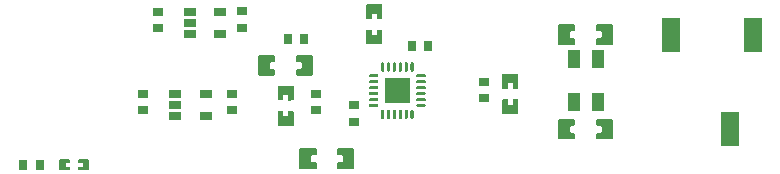
<source format=gtp>
G04 Layer: TopPasteMaskLayer*
G04 EasyEDA v6.5.42, 2024-04-19 21:15:47*
G04 b74b0dd8b7a74548b8b14c9367106a0f,9fa9616398974da3a60ce9969dc7753a,10*
G04 Gerber Generator version 0.2*
G04 Scale: 100 percent, Rotated: No, Reflected: No *
G04 Dimensions in millimeters *
G04 leading zeros omitted , absolute positions ,4 integer and 5 decimal *
%FSLAX45Y45*%
%MOMM*%

%ADD10R,0.8000X0.9000*%
%ADD11R,0.9000X0.8000*%
%ADD12R,1.5000X3.0000*%
%ADD13R,1.1330X1.5240*%
%ADD14R,1.1000X0.7000*%
%ADD15R,0.0128X0.7000*%

%LPD*%
G36*
X5195011Y1116380D02*
G01*
X5185003Y1106424D01*
X5185003Y1069390D01*
X5195011Y1059383D01*
X5225491Y1059383D01*
X5235498Y1049375D01*
X5235498Y1010615D01*
X5225491Y1000607D01*
X5195011Y1000607D01*
X5185003Y990600D01*
X5185003Y953617D01*
X5195011Y943610D01*
X5323484Y943610D01*
X5333492Y953617D01*
X5333492Y1106424D01*
X5323484Y1116380D01*
G37*
G36*
X4876495Y1116380D02*
G01*
X4866487Y1106424D01*
X4866487Y953617D01*
X4876495Y943610D01*
X5004968Y943610D01*
X5014976Y953617D01*
X5014976Y990600D01*
X5004968Y1000607D01*
X4974488Y1000607D01*
X4964480Y1010615D01*
X4964480Y1049375D01*
X4974488Y1059383D01*
X5004968Y1059383D01*
X5014976Y1069390D01*
X5014976Y1106424D01*
X5004968Y1116380D01*
G37*
G36*
X5195011Y1916379D02*
G01*
X5185003Y1906371D01*
X5185003Y1869389D01*
X5195011Y1859381D01*
X5225491Y1859381D01*
X5235498Y1849374D01*
X5235498Y1810613D01*
X5225491Y1800606D01*
X5195011Y1800606D01*
X5185003Y1790598D01*
X5185003Y1753616D01*
X5195011Y1743608D01*
X5323484Y1743608D01*
X5333492Y1753616D01*
X5333492Y1906371D01*
X5323484Y1916379D01*
G37*
G36*
X4876495Y1916379D02*
G01*
X4866487Y1906371D01*
X4866487Y1753616D01*
X4876495Y1743608D01*
X5004968Y1743608D01*
X5014976Y1753616D01*
X5014976Y1790598D01*
X5004968Y1800606D01*
X4974488Y1800606D01*
X4964480Y1810613D01*
X4964480Y1849374D01*
X4974488Y1859381D01*
X5004968Y1859381D01*
X5014976Y1869389D01*
X5014976Y1906371D01*
X5004968Y1916379D01*
G37*
G36*
X2336495Y1656384D02*
G01*
X2326487Y1646377D01*
X2326487Y1493570D01*
X2336495Y1483614D01*
X2464968Y1483614D01*
X2474976Y1493570D01*
X2474976Y1530604D01*
X2464968Y1540611D01*
X2434488Y1540611D01*
X2424480Y1550619D01*
X2424480Y1589379D01*
X2434488Y1599387D01*
X2464968Y1599387D01*
X2474976Y1609394D01*
X2474976Y1646377D01*
X2464968Y1656384D01*
G37*
G36*
X2655011Y1656384D02*
G01*
X2645003Y1646377D01*
X2645003Y1609394D01*
X2655011Y1599387D01*
X2685491Y1599387D01*
X2695498Y1589379D01*
X2695498Y1550619D01*
X2685491Y1540611D01*
X2655011Y1540611D01*
X2645003Y1530604D01*
X2645003Y1493570D01*
X2655011Y1483614D01*
X2783484Y1483614D01*
X2793492Y1493570D01*
X2793492Y1646377D01*
X2783484Y1656384D01*
G37*
G36*
X3004972Y866394D02*
G01*
X2995015Y856386D01*
X2995015Y819353D01*
X3004972Y809396D01*
X3035503Y809396D01*
X3045460Y799388D01*
X3045460Y760628D01*
X3035503Y750620D01*
X3004972Y750620D01*
X2995015Y740613D01*
X2995015Y703580D01*
X3004972Y693572D01*
X3133496Y693572D01*
X3143504Y703580D01*
X3143504Y856386D01*
X3133496Y866394D01*
G37*
G36*
X2686507Y866394D02*
G01*
X2676499Y856386D01*
X2676499Y703580D01*
X2686507Y693572D01*
X2814980Y693572D01*
X2824988Y703580D01*
X2824988Y740613D01*
X2814980Y750620D01*
X2784500Y750620D01*
X2774492Y760628D01*
X2774492Y799388D01*
X2784500Y809396D01*
X2814980Y809396D01*
X2824988Y819353D01*
X2824988Y856386D01*
X2814980Y866394D01*
G37*
G36*
X3247999Y2087473D02*
G01*
X3242970Y2082495D01*
X3242970Y1967484D01*
X3247999Y1962505D01*
X3290011Y1963013D01*
X3290011Y2007006D01*
X3334969Y2007006D01*
X3334969Y1961997D01*
X3376015Y1962505D01*
X3380994Y1967484D01*
X3380994Y2082495D01*
X3376015Y2087473D01*
G37*
G36*
X3247999Y1872488D02*
G01*
X3242970Y1867509D01*
X3242970Y1752498D01*
X3247999Y1747520D01*
X3376015Y1747520D01*
X3380994Y1752498D01*
X3380994Y1867509D01*
X3376015Y1872488D01*
X3334969Y1871980D01*
X3334969Y1827987D01*
X3290011Y1827987D01*
X3290011Y1872488D01*
G37*
G36*
X2497988Y1397508D02*
G01*
X2493010Y1392478D01*
X2493010Y1277518D01*
X2497988Y1272489D01*
X2540000Y1272997D01*
X2540000Y1316990D01*
X2585008Y1316990D01*
X2585008Y1271981D01*
X2626004Y1272489D01*
X2630982Y1277518D01*
X2630982Y1392478D01*
X2626004Y1397508D01*
G37*
G36*
X2497988Y1182522D02*
G01*
X2493010Y1177493D01*
X2493010Y1062482D01*
X2497988Y1057503D01*
X2626004Y1057503D01*
X2630982Y1062482D01*
X2630982Y1177493D01*
X2626004Y1182522D01*
X2585008Y1182014D01*
X2585008Y1138021D01*
X2540000Y1138021D01*
X2540000Y1182471D01*
G37*
G36*
X4398010Y1497482D02*
G01*
X4392980Y1492504D01*
X4392980Y1377492D01*
X4398010Y1372514D01*
X4439970Y1372971D01*
X4439970Y1417015D01*
X4484979Y1417015D01*
X4484979Y1372006D01*
X4525975Y1372514D01*
X4531004Y1377492D01*
X4531004Y1492504D01*
X4525975Y1497482D01*
G37*
G36*
X4398010Y1282496D02*
G01*
X4392980Y1277518D01*
X4392980Y1162507D01*
X4398010Y1157478D01*
X4525975Y1157478D01*
X4531004Y1162507D01*
X4531004Y1277518D01*
X4525975Y1282496D01*
X4484979Y1281988D01*
X4484979Y1237996D01*
X4439970Y1237996D01*
X4439970Y1282496D01*
G37*
G36*
X650494Y775004D02*
G01*
X645515Y770026D01*
X645515Y690016D01*
X650494Y684987D01*
X730504Y684987D01*
X735482Y690016D01*
X735482Y712774D01*
X698500Y712774D01*
X698500Y745794D01*
X735482Y745794D01*
X735482Y770026D01*
X730504Y775004D01*
G37*
G36*
X810514Y775004D02*
G01*
X805484Y770026D01*
X805484Y745794D01*
X843483Y745794D01*
X843483Y712774D01*
X805484Y712774D01*
X805484Y690016D01*
X810514Y684987D01*
X889508Y684987D01*
X894486Y690016D01*
X894486Y770026D01*
X889508Y775004D01*
G37*
G36*
X3281019Y1245006D02*
G01*
X3277666Y1244600D01*
X3274466Y1243380D01*
X3271723Y1241501D01*
X3269488Y1238961D01*
X3267913Y1235964D01*
X3267100Y1232712D01*
X3267100Y1229309D01*
X3267913Y1226058D01*
X3268573Y1224483D01*
X3270503Y1221740D01*
X3273044Y1219504D01*
X3274466Y1218590D01*
X3277666Y1217422D01*
X3280968Y1217015D01*
X3334664Y1217117D01*
X3337966Y1217930D01*
X3340963Y1219504D01*
X3343452Y1221740D01*
X3345383Y1224483D01*
X3346602Y1227632D01*
X3347008Y1230985D01*
X3346602Y1234338D01*
X3345383Y1237488D01*
X3343452Y1240282D01*
X3340963Y1242517D01*
X3337966Y1244092D01*
X3334664Y1244904D01*
G37*
G36*
X3280968Y1294993D02*
G01*
X3277666Y1294587D01*
X3274466Y1293368D01*
X3271723Y1291488D01*
X3269488Y1288948D01*
X3267913Y1285951D01*
X3267100Y1282700D01*
X3267100Y1279296D01*
X3267913Y1276045D01*
X3268573Y1274470D01*
X3270503Y1271727D01*
X3273044Y1269492D01*
X3274466Y1268577D01*
X3277666Y1267409D01*
X3280968Y1267002D01*
X3334664Y1267104D01*
X3337966Y1267917D01*
X3340963Y1269492D01*
X3343452Y1271727D01*
X3345383Y1274470D01*
X3346602Y1277620D01*
X3347008Y1280972D01*
X3346602Y1284325D01*
X3345383Y1287475D01*
X3343452Y1290269D01*
X3340963Y1292504D01*
X3337966Y1294079D01*
X3334664Y1294892D01*
G37*
G36*
X3280968Y1344980D02*
G01*
X3277666Y1344574D01*
X3276041Y1344117D01*
X3273044Y1342542D01*
X3270503Y1340307D01*
X3268573Y1337513D01*
X3267405Y1334363D01*
X3266998Y1331010D01*
X3267405Y1327658D01*
X3268573Y1324508D01*
X3270503Y1321714D01*
X3273044Y1319479D01*
X3276041Y1317904D01*
X3279292Y1317091D01*
X3332987Y1316990D01*
X3336340Y1317396D01*
X3339490Y1318615D01*
X3342284Y1320546D01*
X3344519Y1323035D01*
X3346094Y1326032D01*
X3346907Y1329334D01*
X3346907Y1332687D01*
X3346094Y1335989D01*
X3344519Y1338935D01*
X3342284Y1341475D01*
X3339490Y1343406D01*
X3337966Y1344117D01*
X3334664Y1344879D01*
G37*
G36*
X3280968Y1394968D02*
G01*
X3277666Y1394561D01*
X3276041Y1394104D01*
X3273044Y1392529D01*
X3270503Y1390294D01*
X3268573Y1387500D01*
X3267405Y1384350D01*
X3266998Y1380998D01*
X3267405Y1377645D01*
X3268573Y1374495D01*
X3270503Y1371701D01*
X3273044Y1369466D01*
X3276041Y1367891D01*
X3279292Y1367078D01*
X3332987Y1366977D01*
X3336340Y1367383D01*
X3339490Y1368602D01*
X3342284Y1370533D01*
X3344519Y1373022D01*
X3346094Y1376019D01*
X3346907Y1379321D01*
X3346907Y1382674D01*
X3346094Y1385976D01*
X3344519Y1388922D01*
X3342284Y1391462D01*
X3339490Y1393393D01*
X3337966Y1394104D01*
X3334664Y1394866D01*
G37*
G36*
X3280968Y1445006D02*
G01*
X3277666Y1444599D01*
X3274466Y1443380D01*
X3271723Y1441500D01*
X3269488Y1438960D01*
X3267913Y1435963D01*
X3267100Y1432712D01*
X3267100Y1429308D01*
X3267913Y1426057D01*
X3268573Y1424482D01*
X3270503Y1421739D01*
X3273044Y1419504D01*
X3274466Y1418590D01*
X3277666Y1417421D01*
X3280968Y1417015D01*
X3334664Y1417116D01*
X3337966Y1417929D01*
X3340963Y1419504D01*
X3343452Y1421739D01*
X3345383Y1424482D01*
X3346602Y1427632D01*
X3347008Y1430985D01*
X3346602Y1434338D01*
X3345383Y1437487D01*
X3343452Y1440281D01*
X3340963Y1442516D01*
X3337966Y1444091D01*
X3334664Y1444904D01*
G37*
G36*
X3281019Y1494993D02*
G01*
X3277666Y1494586D01*
X3274466Y1493367D01*
X3271723Y1491488D01*
X3269488Y1488948D01*
X3267913Y1485950D01*
X3267100Y1482699D01*
X3267100Y1479296D01*
X3267913Y1476044D01*
X3268573Y1474470D01*
X3270503Y1471726D01*
X3273044Y1469491D01*
X3274466Y1468577D01*
X3277666Y1467408D01*
X3280968Y1467002D01*
X3334664Y1467104D01*
X3337966Y1467916D01*
X3340963Y1469491D01*
X3343452Y1471726D01*
X3345383Y1474470D01*
X3346602Y1477619D01*
X3347008Y1480972D01*
X3346602Y1484325D01*
X3345383Y1487474D01*
X3343452Y1490268D01*
X3340963Y1492504D01*
X3337966Y1494078D01*
X3334664Y1494891D01*
G37*
G36*
X3382772Y1595983D02*
G01*
X3379419Y1595577D01*
X3376269Y1594408D01*
X3373526Y1592478D01*
X3371240Y1589938D01*
X3369716Y1586941D01*
X3368903Y1583690D01*
X3368801Y1529994D01*
X3369208Y1526641D01*
X3370376Y1523492D01*
X3372307Y1520698D01*
X3374847Y1518462D01*
X3377844Y1516888D01*
X3381095Y1516075D01*
X3384499Y1516075D01*
X3387750Y1516888D01*
X3390747Y1518462D01*
X3393287Y1520698D01*
X3395167Y1523492D01*
X3396386Y1526641D01*
X3396792Y1529994D01*
X3396691Y1583690D01*
X3395878Y1586941D01*
X3394303Y1589938D01*
X3392068Y1592478D01*
X3389274Y1594408D01*
X3386124Y1595577D01*
G37*
G36*
X3431997Y1595983D02*
G01*
X3428644Y1595577D01*
X3425494Y1594408D01*
X3422700Y1592478D01*
X3420465Y1589938D01*
X3418890Y1586941D01*
X3418078Y1583690D01*
X3417976Y1529994D01*
X3418382Y1526641D01*
X3419601Y1523492D01*
X3421532Y1520698D01*
X3424021Y1518462D01*
X3427018Y1516888D01*
X3430320Y1516075D01*
X3433673Y1516075D01*
X3436975Y1516888D01*
X3439922Y1518462D01*
X3442462Y1520698D01*
X3444392Y1523492D01*
X3445560Y1526641D01*
X3445967Y1529994D01*
X3445865Y1583690D01*
X3445052Y1586941D01*
X3443528Y1589938D01*
X3441293Y1592478D01*
X3438499Y1594408D01*
X3435350Y1595577D01*
G37*
G36*
X3481984Y1595983D02*
G01*
X3478631Y1595577D01*
X3475482Y1594408D01*
X3472738Y1592478D01*
X3470452Y1589938D01*
X3468928Y1586941D01*
X3468115Y1583690D01*
X3468014Y1529994D01*
X3468420Y1526641D01*
X3469589Y1523492D01*
X3471519Y1520698D01*
X3474059Y1518462D01*
X3477056Y1516888D01*
X3480308Y1516075D01*
X3483711Y1516075D01*
X3486962Y1516888D01*
X3489960Y1518462D01*
X3492500Y1520698D01*
X3494379Y1523492D01*
X3495598Y1526641D01*
X3496005Y1529994D01*
X3495903Y1583690D01*
X3495090Y1586941D01*
X3493515Y1589938D01*
X3491280Y1592478D01*
X3488486Y1594408D01*
X3485337Y1595577D01*
G37*
G36*
X3531971Y1595983D02*
G01*
X3528618Y1595577D01*
X3525469Y1594408D01*
X3522726Y1592478D01*
X3520440Y1589938D01*
X3518915Y1586941D01*
X3518103Y1583690D01*
X3518001Y1529994D01*
X3518408Y1526641D01*
X3519576Y1523492D01*
X3521506Y1520698D01*
X3524046Y1518462D01*
X3527044Y1516888D01*
X3530295Y1516075D01*
X3533698Y1516075D01*
X3536950Y1516888D01*
X3539947Y1518462D01*
X3542487Y1520698D01*
X3544366Y1523492D01*
X3545586Y1526641D01*
X3545992Y1529994D01*
X3545890Y1583690D01*
X3545078Y1586941D01*
X3543503Y1589938D01*
X3541268Y1592478D01*
X3538474Y1594408D01*
X3535324Y1595577D01*
G37*
G36*
X3582009Y1595983D02*
G01*
X3578656Y1595577D01*
X3575507Y1594408D01*
X3572713Y1592478D01*
X3570478Y1589938D01*
X3568903Y1586941D01*
X3568090Y1583690D01*
X3567988Y1529994D01*
X3568395Y1526641D01*
X3569614Y1523492D01*
X3571544Y1520698D01*
X3574034Y1518462D01*
X3577031Y1516888D01*
X3580333Y1516075D01*
X3583686Y1516075D01*
X3586987Y1516888D01*
X3589934Y1518462D01*
X3592474Y1520698D01*
X3594404Y1523492D01*
X3595573Y1526641D01*
X3595979Y1529994D01*
X3595878Y1583690D01*
X3595065Y1586941D01*
X3593541Y1589938D01*
X3591306Y1592478D01*
X3588512Y1594408D01*
X3585362Y1595577D01*
G37*
G36*
X3631996Y1595983D02*
G01*
X3628644Y1595577D01*
X3625494Y1594408D01*
X3622700Y1592478D01*
X3620465Y1589938D01*
X3618890Y1586941D01*
X3618077Y1583690D01*
X3617976Y1529994D01*
X3618382Y1526641D01*
X3619601Y1523492D01*
X3621532Y1520698D01*
X3624021Y1518462D01*
X3627018Y1516888D01*
X3630320Y1516075D01*
X3633673Y1516075D01*
X3636975Y1516888D01*
X3639921Y1518462D01*
X3642461Y1520698D01*
X3644392Y1523492D01*
X3645560Y1526641D01*
X3645966Y1529994D01*
X3645865Y1583690D01*
X3645052Y1586941D01*
X3643528Y1589938D01*
X3641293Y1592478D01*
X3638499Y1594408D01*
X3635349Y1595577D01*
G37*
G36*
X3681018Y1494993D02*
G01*
X3677665Y1494586D01*
X3674465Y1493367D01*
X3671722Y1491488D01*
X3669487Y1488948D01*
X3667912Y1485950D01*
X3667099Y1482699D01*
X3667099Y1479296D01*
X3667912Y1476044D01*
X3668572Y1474470D01*
X3670503Y1471726D01*
X3673043Y1469491D01*
X3674465Y1468577D01*
X3677665Y1467408D01*
X3681018Y1467002D01*
X3734663Y1467104D01*
X3737965Y1467916D01*
X3740962Y1469491D01*
X3743451Y1471726D01*
X3745382Y1474470D01*
X3746601Y1477619D01*
X3747008Y1480972D01*
X3746601Y1484325D01*
X3745382Y1487474D01*
X3743451Y1490268D01*
X3740962Y1492504D01*
X3737965Y1494078D01*
X3734663Y1494891D01*
G37*
G36*
X3681018Y1445006D02*
G01*
X3677665Y1444599D01*
X3674465Y1443380D01*
X3671722Y1441500D01*
X3669487Y1438960D01*
X3667912Y1435963D01*
X3667099Y1432712D01*
X3667099Y1429308D01*
X3667912Y1426057D01*
X3668572Y1424482D01*
X3670503Y1421739D01*
X3673043Y1419504D01*
X3674465Y1418590D01*
X3677665Y1417421D01*
X3681018Y1417015D01*
X3734663Y1417116D01*
X3737965Y1417929D01*
X3740962Y1419504D01*
X3743451Y1421739D01*
X3745382Y1424482D01*
X3746601Y1427632D01*
X3747008Y1430985D01*
X3746601Y1434338D01*
X3745382Y1437487D01*
X3743451Y1440281D01*
X3740962Y1442516D01*
X3737965Y1444091D01*
X3734663Y1444904D01*
G37*
G36*
X3681018Y1394968D02*
G01*
X3677665Y1394561D01*
X3676040Y1394104D01*
X3673043Y1392529D01*
X3670503Y1390294D01*
X3668572Y1387500D01*
X3667404Y1384350D01*
X3666998Y1380998D01*
X3667404Y1377645D01*
X3668572Y1374495D01*
X3670503Y1371701D01*
X3673043Y1369466D01*
X3676040Y1367891D01*
X3679291Y1367078D01*
X3732987Y1366977D01*
X3736340Y1367383D01*
X3739489Y1368602D01*
X3742283Y1370533D01*
X3744518Y1373022D01*
X3746093Y1376019D01*
X3746906Y1379321D01*
X3746906Y1382674D01*
X3746093Y1385976D01*
X3744518Y1388922D01*
X3742283Y1391462D01*
X3739489Y1393393D01*
X3737965Y1394104D01*
X3734663Y1394866D01*
G37*
G36*
X3681018Y1344980D02*
G01*
X3677665Y1344574D01*
X3676040Y1344117D01*
X3673043Y1342542D01*
X3670503Y1340307D01*
X3668572Y1337513D01*
X3667404Y1334363D01*
X3666998Y1331010D01*
X3667404Y1327658D01*
X3668572Y1324508D01*
X3670503Y1321714D01*
X3673043Y1319479D01*
X3676040Y1317904D01*
X3679291Y1317091D01*
X3732987Y1316990D01*
X3736340Y1317396D01*
X3739489Y1318615D01*
X3742283Y1320546D01*
X3744518Y1323035D01*
X3746093Y1326032D01*
X3746906Y1329334D01*
X3746906Y1332687D01*
X3746093Y1335989D01*
X3744518Y1338935D01*
X3742283Y1341475D01*
X3739489Y1343406D01*
X3737965Y1344117D01*
X3734663Y1344879D01*
G37*
G36*
X3681018Y1294993D02*
G01*
X3677665Y1294587D01*
X3674465Y1293368D01*
X3671722Y1291488D01*
X3669487Y1288948D01*
X3667912Y1285951D01*
X3667099Y1282700D01*
X3667099Y1279296D01*
X3667912Y1276045D01*
X3668572Y1274470D01*
X3670503Y1271727D01*
X3673043Y1269492D01*
X3674465Y1268577D01*
X3677665Y1267409D01*
X3681018Y1267002D01*
X3734663Y1267104D01*
X3737965Y1267917D01*
X3740962Y1269492D01*
X3743451Y1271727D01*
X3745382Y1274470D01*
X3746601Y1277620D01*
X3747008Y1280972D01*
X3746601Y1284325D01*
X3745382Y1287475D01*
X3743451Y1290269D01*
X3740962Y1292504D01*
X3737965Y1294079D01*
X3734663Y1294892D01*
G37*
G36*
X3681018Y1245006D02*
G01*
X3677665Y1244600D01*
X3674465Y1243380D01*
X3671722Y1241501D01*
X3669487Y1238961D01*
X3667912Y1235964D01*
X3667099Y1232712D01*
X3667099Y1229309D01*
X3667912Y1226058D01*
X3668572Y1224483D01*
X3670503Y1221740D01*
X3673043Y1219504D01*
X3674465Y1218590D01*
X3677665Y1217422D01*
X3681018Y1217015D01*
X3734663Y1217117D01*
X3737965Y1217930D01*
X3740962Y1219504D01*
X3743451Y1221740D01*
X3745382Y1224483D01*
X3746601Y1227632D01*
X3747008Y1230985D01*
X3746601Y1234338D01*
X3745382Y1237488D01*
X3743451Y1240282D01*
X3740962Y1242517D01*
X3737965Y1244092D01*
X3734663Y1244904D01*
G37*
G36*
X3631996Y1195984D02*
G01*
X3628644Y1195578D01*
X3625494Y1194409D01*
X3622700Y1192479D01*
X3620465Y1189939D01*
X3618890Y1186942D01*
X3618077Y1183690D01*
X3617976Y1129995D01*
X3618382Y1126642D01*
X3619601Y1123492D01*
X3621532Y1120698D01*
X3624021Y1118463D01*
X3627018Y1116888D01*
X3630320Y1116076D01*
X3633673Y1116076D01*
X3636975Y1116888D01*
X3639921Y1118463D01*
X3642461Y1120698D01*
X3644392Y1123492D01*
X3645560Y1126642D01*
X3645966Y1129995D01*
X3645865Y1183690D01*
X3645052Y1186942D01*
X3643528Y1189939D01*
X3641293Y1192479D01*
X3638499Y1194409D01*
X3635349Y1195578D01*
G37*
G36*
X3582009Y1195984D02*
G01*
X3578656Y1195578D01*
X3575507Y1194409D01*
X3572713Y1192479D01*
X3570478Y1189939D01*
X3568903Y1186942D01*
X3568090Y1183690D01*
X3567988Y1129995D01*
X3568395Y1126642D01*
X3569614Y1123492D01*
X3571544Y1120698D01*
X3574034Y1118463D01*
X3577031Y1116888D01*
X3580333Y1116076D01*
X3583686Y1116076D01*
X3586987Y1116888D01*
X3589934Y1118463D01*
X3592474Y1120698D01*
X3594404Y1123492D01*
X3595573Y1126642D01*
X3595979Y1129995D01*
X3595878Y1183690D01*
X3595065Y1186942D01*
X3593541Y1189939D01*
X3591306Y1192479D01*
X3588512Y1194409D01*
X3585362Y1195578D01*
G37*
G36*
X3531971Y1195984D02*
G01*
X3528618Y1195578D01*
X3525469Y1194409D01*
X3522726Y1192479D01*
X3520440Y1189939D01*
X3518915Y1186942D01*
X3518103Y1183690D01*
X3518001Y1129995D01*
X3518408Y1126642D01*
X3519576Y1123492D01*
X3521506Y1120698D01*
X3524046Y1118463D01*
X3527044Y1116888D01*
X3530295Y1116076D01*
X3533698Y1116076D01*
X3536950Y1116888D01*
X3539947Y1118463D01*
X3542487Y1120698D01*
X3544366Y1123492D01*
X3545586Y1126642D01*
X3545992Y1129995D01*
X3545890Y1183690D01*
X3545078Y1186942D01*
X3543503Y1189939D01*
X3541268Y1192479D01*
X3538474Y1194409D01*
X3535324Y1195578D01*
G37*
G36*
X3481984Y1195984D02*
G01*
X3478631Y1195578D01*
X3475482Y1194409D01*
X3472738Y1192479D01*
X3470452Y1189939D01*
X3468928Y1186942D01*
X3468115Y1183690D01*
X3468014Y1129995D01*
X3468420Y1126642D01*
X3469589Y1123492D01*
X3471519Y1120698D01*
X3474059Y1118463D01*
X3477056Y1116888D01*
X3480308Y1116076D01*
X3483711Y1116076D01*
X3486962Y1116888D01*
X3489960Y1118463D01*
X3492500Y1120698D01*
X3494379Y1123492D01*
X3495598Y1126642D01*
X3496005Y1129995D01*
X3495903Y1183690D01*
X3495090Y1186942D01*
X3493515Y1189939D01*
X3491280Y1192479D01*
X3488486Y1194409D01*
X3485337Y1195578D01*
G37*
G36*
X3431997Y1195984D02*
G01*
X3428644Y1195578D01*
X3425494Y1194409D01*
X3422700Y1192479D01*
X3420465Y1189939D01*
X3418890Y1186942D01*
X3418078Y1183690D01*
X3417976Y1129995D01*
X3418382Y1126642D01*
X3419601Y1123492D01*
X3421532Y1120698D01*
X3424021Y1118463D01*
X3427018Y1116888D01*
X3430320Y1116076D01*
X3433673Y1116076D01*
X3436975Y1116888D01*
X3439922Y1118463D01*
X3442462Y1120698D01*
X3444392Y1123492D01*
X3445560Y1126642D01*
X3445967Y1129995D01*
X3445865Y1183690D01*
X3445052Y1186942D01*
X3443528Y1189939D01*
X3441293Y1192479D01*
X3438499Y1194409D01*
X3435350Y1195578D01*
G37*
G36*
X3382010Y1195984D02*
G01*
X3378657Y1195578D01*
X3375507Y1194409D01*
X3372713Y1192479D01*
X3370478Y1189939D01*
X3368903Y1186942D01*
X3368090Y1183690D01*
X3367989Y1129995D01*
X3368395Y1126642D01*
X3369614Y1123492D01*
X3371545Y1120698D01*
X3374034Y1118463D01*
X3377031Y1116888D01*
X3380333Y1116076D01*
X3383686Y1116076D01*
X3386988Y1116888D01*
X3389934Y1118463D01*
X3392474Y1120698D01*
X3394405Y1123492D01*
X3395573Y1126642D01*
X3395979Y1129995D01*
X3395878Y1183690D01*
X3395065Y1186942D01*
X3393541Y1189939D01*
X3391306Y1192479D01*
X3388512Y1194409D01*
X3385362Y1195578D01*
G37*
G36*
X3400247Y1464005D02*
G01*
X3400247Y1248003D01*
X3616248Y1248003D01*
X3616248Y1464005D01*
G37*
D10*
G01*
X3769995Y1729994D03*
G01*
X3629990Y1729994D03*
G01*
X2580004Y1789988D03*
G01*
X2719984Y1789988D03*
D11*
G01*
X2819984Y1189989D03*
G01*
X2819984Y1329994D03*
G01*
X3139998Y1089990D03*
G01*
X3139998Y1229995D03*
G01*
X4239996Y1289989D03*
G01*
X4239996Y1429994D03*
D10*
G01*
X340004Y729995D03*
G01*
X480009Y729995D03*
D11*
G01*
X1480007Y1884984D03*
G01*
X1480007Y2024989D03*
G01*
X2188997Y1888007D03*
G01*
X2188997Y2027986D03*
G01*
X2104999Y1189989D03*
G01*
X2104999Y1329994D03*
G01*
X1354988Y1189989D03*
G01*
X1354988Y1329994D03*
D12*
G01*
X6519976Y1829993D03*
G01*
X6319977Y1029995D03*
G01*
X5819978Y1829993D03*
D13*
G01*
X4998389Y1259992D03*
G01*
X5201589Y1259992D03*
G01*
X4998389Y1619986D03*
G01*
X5201589Y1619986D03*
D14*
G01*
X1750593Y2025091D03*
G01*
X1750593Y1930095D03*
G01*
X1750593Y1834895D03*
G01*
X2009393Y1834895D03*
G01*
X2009393Y2024913D03*
G01*
X1625600Y1330096D03*
G01*
X1625600Y1235100D03*
G01*
X1625600Y1139901D03*
G01*
X1884400Y1139901D03*
G01*
X1884400Y1329893D03*
M02*

</source>
